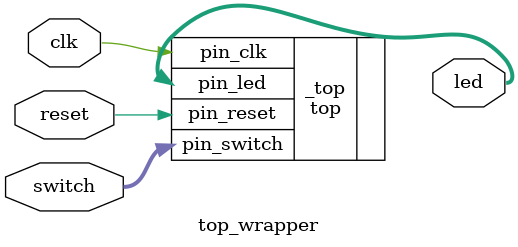
<source format=v>
`timescale 1ns / 1ps


module top_wrapper(
    input wire clk,
    input wire reset,
    input wire [3:0] switch,
    output wire [3:0] led
    );
    top _top(.pin_clk(clk), .pin_reset(reset), .pin_switch(switch), .pin_led(led));
endmodule

</source>
